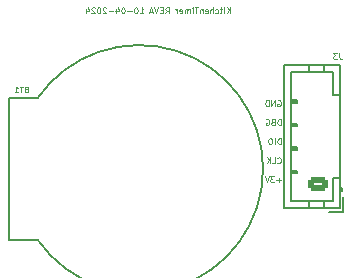
<source format=gbr>
G04 #@! TF.GenerationSoftware,KiCad,Pcbnew,7.0.11-7.0.11~ubuntu22.04.1*
G04 #@! TF.CreationDate,2024-04-10T19:00:30+01:00*
G04 #@! TF.ProjectId,KitchenTimer,4b697463-6865-46e5-9469-6d65722e6b69,rev?*
G04 #@! TF.SameCoordinates,PX44794c0PY22243c0*
G04 #@! TF.FileFunction,Legend,Bot*
G04 #@! TF.FilePolarity,Positive*
%FSLAX45Y45*%
G04 Gerber Fmt 4.5, Leading zero omitted, Abs format (unit mm)*
G04 Created by KiCad (PCBNEW 7.0.11-7.0.11~ubuntu22.04.1) date 2024-04-10 19:00:30*
%MOMM*%
%LPD*%
G01*
G04 APERTURE LIST*
G04 Aperture macros list*
%AMRoundRect*
0 Rectangle with rounded corners*
0 $1 Rounding radius*
0 $2 $3 $4 $5 $6 $7 $8 $9 X,Y pos of 4 corners*
0 Add a 4 corners polygon primitive as box body*
4,1,4,$2,$3,$4,$5,$6,$7,$8,$9,$2,$3,0*
0 Add four circle primitives for the rounded corners*
1,1,$1+$1,$2,$3*
1,1,$1+$1,$4,$5*
1,1,$1+$1,$6,$7*
1,1,$1+$1,$8,$9*
0 Add four rect primitives between the rounded corners*
20,1,$1+$1,$2,$3,$4,$5,0*
20,1,$1+$1,$4,$5,$6,$7,0*
20,1,$1+$1,$6,$7,$8,$9,0*
20,1,$1+$1,$8,$9,$2,$3,0*%
G04 Aperture macros list end*
%ADD10C,0.125000*%
%ADD11C,0.150000*%
%ADD12C,1.000000*%
%ADD13R,1.800000X1.800000*%
%ADD14C,1.800000*%
%ADD15C,2.200000*%
%ADD16RoundRect,0.250000X0.625000X-0.350000X0.625000X0.350000X-0.625000X0.350000X-0.625000X-0.350000X0*%
%ADD17O,1.750000X1.200000*%
%ADD18C,0.500000*%
G04 APERTURE END LIST*
D10*
X1919872Y-133231D02*
X1919872Y-83231D01*
X1891300Y-133231D02*
X1912729Y-104659D01*
X1891300Y-83231D02*
X1919872Y-111802D01*
X1869872Y-133231D02*
X1869872Y-99898D01*
X1869872Y-83231D02*
X1872252Y-85612D01*
X1872252Y-85612D02*
X1869872Y-87993D01*
X1869872Y-87993D02*
X1867491Y-85612D01*
X1867491Y-85612D02*
X1869872Y-83231D01*
X1869872Y-83231D02*
X1869872Y-87993D01*
X1853205Y-99898D02*
X1834157Y-99898D01*
X1846062Y-83231D02*
X1846062Y-126088D01*
X1846062Y-126088D02*
X1843681Y-130850D01*
X1843681Y-130850D02*
X1838919Y-133231D01*
X1838919Y-133231D02*
X1834157Y-133231D01*
X1796062Y-130850D02*
X1800824Y-133231D01*
X1800824Y-133231D02*
X1810348Y-133231D01*
X1810348Y-133231D02*
X1815110Y-130850D01*
X1815110Y-130850D02*
X1817491Y-128469D01*
X1817491Y-128469D02*
X1819872Y-123707D01*
X1819872Y-123707D02*
X1819872Y-109421D01*
X1819872Y-109421D02*
X1817491Y-104659D01*
X1817491Y-104659D02*
X1815110Y-102278D01*
X1815110Y-102278D02*
X1810348Y-99898D01*
X1810348Y-99898D02*
X1800824Y-99898D01*
X1800824Y-99898D02*
X1796062Y-102278D01*
X1774634Y-133231D02*
X1774634Y-83231D01*
X1753205Y-133231D02*
X1753205Y-107040D01*
X1753205Y-107040D02*
X1755586Y-102278D01*
X1755586Y-102278D02*
X1760348Y-99898D01*
X1760348Y-99898D02*
X1767491Y-99898D01*
X1767491Y-99898D02*
X1772253Y-102278D01*
X1772253Y-102278D02*
X1774634Y-104659D01*
X1710348Y-130850D02*
X1715110Y-133231D01*
X1715110Y-133231D02*
X1724634Y-133231D01*
X1724634Y-133231D02*
X1729395Y-130850D01*
X1729395Y-130850D02*
X1731776Y-126088D01*
X1731776Y-126088D02*
X1731776Y-107040D01*
X1731776Y-107040D02*
X1729395Y-102278D01*
X1729395Y-102278D02*
X1724634Y-99898D01*
X1724634Y-99898D02*
X1715110Y-99898D01*
X1715110Y-99898D02*
X1710348Y-102278D01*
X1710348Y-102278D02*
X1707967Y-107040D01*
X1707967Y-107040D02*
X1707967Y-111802D01*
X1707967Y-111802D02*
X1731776Y-116564D01*
X1686538Y-99898D02*
X1686538Y-133231D01*
X1686538Y-104659D02*
X1684157Y-102278D01*
X1684157Y-102278D02*
X1679395Y-99898D01*
X1679395Y-99898D02*
X1672253Y-99898D01*
X1672253Y-99898D02*
X1667491Y-102278D01*
X1667491Y-102278D02*
X1665110Y-107040D01*
X1665110Y-107040D02*
X1665110Y-133231D01*
X1648443Y-83231D02*
X1619872Y-83231D01*
X1634157Y-133231D02*
X1634157Y-83231D01*
X1603205Y-133231D02*
X1603205Y-99898D01*
X1603205Y-83231D02*
X1605586Y-85612D01*
X1605586Y-85612D02*
X1603205Y-87993D01*
X1603205Y-87993D02*
X1600824Y-85612D01*
X1600824Y-85612D02*
X1603205Y-83231D01*
X1603205Y-83231D02*
X1603205Y-87993D01*
X1579396Y-133231D02*
X1579396Y-99898D01*
X1579396Y-104659D02*
X1577015Y-102278D01*
X1577015Y-102278D02*
X1572253Y-99898D01*
X1572253Y-99898D02*
X1565110Y-99898D01*
X1565110Y-99898D02*
X1560348Y-102278D01*
X1560348Y-102278D02*
X1557967Y-107040D01*
X1557967Y-107040D02*
X1557967Y-133231D01*
X1557967Y-107040D02*
X1555586Y-102278D01*
X1555586Y-102278D02*
X1550824Y-99898D01*
X1550824Y-99898D02*
X1543681Y-99898D01*
X1543681Y-99898D02*
X1538919Y-102278D01*
X1538919Y-102278D02*
X1536538Y-107040D01*
X1536538Y-107040D02*
X1536538Y-133231D01*
X1493681Y-130850D02*
X1498443Y-133231D01*
X1498443Y-133231D02*
X1507967Y-133231D01*
X1507967Y-133231D02*
X1512729Y-130850D01*
X1512729Y-130850D02*
X1515110Y-126088D01*
X1515110Y-126088D02*
X1515110Y-107040D01*
X1515110Y-107040D02*
X1512729Y-102278D01*
X1512729Y-102278D02*
X1507967Y-99898D01*
X1507967Y-99898D02*
X1498443Y-99898D01*
X1498443Y-99898D02*
X1493681Y-102278D01*
X1493681Y-102278D02*
X1491300Y-107040D01*
X1491300Y-107040D02*
X1491300Y-111802D01*
X1491300Y-111802D02*
X1515110Y-116564D01*
X1469872Y-133231D02*
X1469872Y-99898D01*
X1469872Y-109421D02*
X1467491Y-104659D01*
X1467491Y-104659D02*
X1465110Y-102278D01*
X1465110Y-102278D02*
X1460348Y-99898D01*
X1460348Y-99898D02*
X1455586Y-99898D01*
X1372253Y-133231D02*
X1388919Y-109421D01*
X1400824Y-133231D02*
X1400824Y-83231D01*
X1400824Y-83231D02*
X1381777Y-83231D01*
X1381777Y-83231D02*
X1377015Y-85612D01*
X1377015Y-85612D02*
X1374634Y-87993D01*
X1374634Y-87993D02*
X1372253Y-92755D01*
X1372253Y-92755D02*
X1372253Y-99898D01*
X1372253Y-99898D02*
X1374634Y-104659D01*
X1374634Y-104659D02*
X1377015Y-107040D01*
X1377015Y-107040D02*
X1381777Y-109421D01*
X1381777Y-109421D02*
X1400824Y-109421D01*
X1350824Y-107040D02*
X1334158Y-107040D01*
X1327015Y-133231D02*
X1350824Y-133231D01*
X1350824Y-133231D02*
X1350824Y-83231D01*
X1350824Y-83231D02*
X1327015Y-83231D01*
X1312729Y-83231D02*
X1296062Y-133231D01*
X1296062Y-133231D02*
X1279396Y-83231D01*
X1265110Y-118945D02*
X1241300Y-118945D01*
X1269872Y-133231D02*
X1253205Y-83231D01*
X1253205Y-83231D02*
X1236539Y-133231D01*
X1155586Y-133231D02*
X1184158Y-133231D01*
X1169872Y-133231D02*
X1169872Y-83231D01*
X1169872Y-83231D02*
X1174634Y-90374D01*
X1174634Y-90374D02*
X1179396Y-95136D01*
X1179396Y-95136D02*
X1184158Y-97517D01*
X1124634Y-83231D02*
X1119872Y-83231D01*
X1119872Y-83231D02*
X1115110Y-85612D01*
X1115110Y-85612D02*
X1112729Y-87993D01*
X1112729Y-87993D02*
X1110348Y-92755D01*
X1110348Y-92755D02*
X1107967Y-102278D01*
X1107967Y-102278D02*
X1107967Y-114183D01*
X1107967Y-114183D02*
X1110348Y-123707D01*
X1110348Y-123707D02*
X1112729Y-128469D01*
X1112729Y-128469D02*
X1115110Y-130850D01*
X1115110Y-130850D02*
X1119872Y-133231D01*
X1119872Y-133231D02*
X1124634Y-133231D01*
X1124634Y-133231D02*
X1129396Y-130850D01*
X1129396Y-130850D02*
X1131777Y-128469D01*
X1131777Y-128469D02*
X1134158Y-123707D01*
X1134158Y-123707D02*
X1136539Y-114183D01*
X1136539Y-114183D02*
X1136539Y-102278D01*
X1136539Y-102278D02*
X1134158Y-92755D01*
X1134158Y-92755D02*
X1131777Y-87993D01*
X1131777Y-87993D02*
X1129396Y-85612D01*
X1129396Y-85612D02*
X1124634Y-83231D01*
X1086539Y-114183D02*
X1048443Y-114183D01*
X1015110Y-83231D02*
X1010348Y-83231D01*
X1010348Y-83231D02*
X1005586Y-85612D01*
X1005586Y-85612D02*
X1003205Y-87993D01*
X1003205Y-87993D02*
X1000824Y-92755D01*
X1000824Y-92755D02*
X998443Y-102278D01*
X998443Y-102278D02*
X998443Y-114183D01*
X998443Y-114183D02*
X1000824Y-123707D01*
X1000824Y-123707D02*
X1003205Y-128469D01*
X1003205Y-128469D02*
X1005586Y-130850D01*
X1005586Y-130850D02*
X1010348Y-133231D01*
X1010348Y-133231D02*
X1015110Y-133231D01*
X1015110Y-133231D02*
X1019872Y-130850D01*
X1019872Y-130850D02*
X1022253Y-128469D01*
X1022253Y-128469D02*
X1024634Y-123707D01*
X1024634Y-123707D02*
X1027015Y-114183D01*
X1027015Y-114183D02*
X1027015Y-102278D01*
X1027015Y-102278D02*
X1024634Y-92755D01*
X1024634Y-92755D02*
X1022253Y-87993D01*
X1022253Y-87993D02*
X1019872Y-85612D01*
X1019872Y-85612D02*
X1015110Y-83231D01*
X955586Y-99898D02*
X955586Y-133231D01*
X967491Y-80850D02*
X979396Y-116564D01*
X979396Y-116564D02*
X948443Y-116564D01*
X929396Y-114183D02*
X891301Y-114183D01*
X869872Y-87993D02*
X867491Y-85612D01*
X867491Y-85612D02*
X862729Y-83231D01*
X862729Y-83231D02*
X850824Y-83231D01*
X850824Y-83231D02*
X846062Y-85612D01*
X846062Y-85612D02*
X843682Y-87993D01*
X843682Y-87993D02*
X841301Y-92755D01*
X841301Y-92755D02*
X841301Y-97517D01*
X841301Y-97517D02*
X843682Y-104659D01*
X843682Y-104659D02*
X872253Y-133231D01*
X872253Y-133231D02*
X841301Y-133231D01*
X810348Y-83231D02*
X805586Y-83231D01*
X805586Y-83231D02*
X800824Y-85612D01*
X800824Y-85612D02*
X798443Y-87993D01*
X798443Y-87993D02*
X796063Y-92755D01*
X796063Y-92755D02*
X793682Y-102278D01*
X793682Y-102278D02*
X793682Y-114183D01*
X793682Y-114183D02*
X796063Y-123707D01*
X796063Y-123707D02*
X798443Y-128469D01*
X798443Y-128469D02*
X800824Y-130850D01*
X800824Y-130850D02*
X805586Y-133231D01*
X805586Y-133231D02*
X810348Y-133231D01*
X810348Y-133231D02*
X815110Y-130850D01*
X815110Y-130850D02*
X817491Y-128469D01*
X817491Y-128469D02*
X819872Y-123707D01*
X819872Y-123707D02*
X822253Y-114183D01*
X822253Y-114183D02*
X822253Y-102278D01*
X822253Y-102278D02*
X819872Y-92755D01*
X819872Y-92755D02*
X817491Y-87993D01*
X817491Y-87993D02*
X815110Y-85612D01*
X815110Y-85612D02*
X810348Y-83231D01*
X774634Y-87993D02*
X772253Y-85612D01*
X772253Y-85612D02*
X767491Y-83231D01*
X767491Y-83231D02*
X755586Y-83231D01*
X755586Y-83231D02*
X750824Y-85612D01*
X750824Y-85612D02*
X748444Y-87993D01*
X748444Y-87993D02*
X746063Y-92755D01*
X746063Y-92755D02*
X746063Y-97517D01*
X746063Y-97517D02*
X748444Y-104659D01*
X748444Y-104659D02*
X777015Y-133231D01*
X777015Y-133231D02*
X746063Y-133231D01*
X703205Y-99898D02*
X703205Y-133231D01*
X715110Y-80850D02*
X727015Y-116564D01*
X727015Y-116564D02*
X696063Y-116564D01*
X2322681Y-870612D02*
X2327443Y-868231D01*
X2327443Y-868231D02*
X2334586Y-868231D01*
X2334586Y-868231D02*
X2341729Y-870612D01*
X2341729Y-870612D02*
X2346491Y-875374D01*
X2346491Y-875374D02*
X2348872Y-880136D01*
X2348872Y-880136D02*
X2351253Y-889659D01*
X2351253Y-889659D02*
X2351253Y-896802D01*
X2351253Y-896802D02*
X2348872Y-906326D01*
X2348872Y-906326D02*
X2346491Y-911088D01*
X2346491Y-911088D02*
X2341729Y-915850D01*
X2341729Y-915850D02*
X2334586Y-918231D01*
X2334586Y-918231D02*
X2329824Y-918231D01*
X2329824Y-918231D02*
X2322681Y-915850D01*
X2322681Y-915850D02*
X2320300Y-913469D01*
X2320300Y-913469D02*
X2320300Y-896802D01*
X2320300Y-896802D02*
X2329824Y-896802D01*
X2298872Y-918231D02*
X2298872Y-868231D01*
X2298872Y-868231D02*
X2270300Y-918231D01*
X2270300Y-918231D02*
X2270300Y-868231D01*
X2246491Y-918231D02*
X2246491Y-868231D01*
X2246491Y-868231D02*
X2234586Y-868231D01*
X2234586Y-868231D02*
X2227443Y-870612D01*
X2227443Y-870612D02*
X2222681Y-875374D01*
X2222681Y-875374D02*
X2220300Y-880136D01*
X2220300Y-880136D02*
X2217919Y-889659D01*
X2217919Y-889659D02*
X2217919Y-896802D01*
X2217919Y-896802D02*
X2220300Y-906326D01*
X2220300Y-906326D02*
X2222681Y-911088D01*
X2222681Y-911088D02*
X2227443Y-915850D01*
X2227443Y-915850D02*
X2234586Y-918231D01*
X2234586Y-918231D02*
X2246491Y-918231D01*
X2348872Y-1079231D02*
X2348872Y-1029231D01*
X2348872Y-1029231D02*
X2336967Y-1029231D01*
X2336967Y-1029231D02*
X2329824Y-1031612D01*
X2329824Y-1031612D02*
X2325062Y-1036374D01*
X2325062Y-1036374D02*
X2322681Y-1041136D01*
X2322681Y-1041136D02*
X2320300Y-1050660D01*
X2320300Y-1050660D02*
X2320300Y-1057802D01*
X2320300Y-1057802D02*
X2322681Y-1067326D01*
X2322681Y-1067326D02*
X2325062Y-1072088D01*
X2325062Y-1072088D02*
X2329824Y-1076850D01*
X2329824Y-1076850D02*
X2336967Y-1079231D01*
X2336967Y-1079231D02*
X2348872Y-1079231D01*
X2282205Y-1053040D02*
X2275062Y-1055421D01*
X2275062Y-1055421D02*
X2272681Y-1057802D01*
X2272681Y-1057802D02*
X2270300Y-1062564D01*
X2270300Y-1062564D02*
X2270300Y-1069707D01*
X2270300Y-1069707D02*
X2272681Y-1074469D01*
X2272681Y-1074469D02*
X2275062Y-1076850D01*
X2275062Y-1076850D02*
X2279824Y-1079231D01*
X2279824Y-1079231D02*
X2298872Y-1079231D01*
X2298872Y-1079231D02*
X2298872Y-1029231D01*
X2298872Y-1029231D02*
X2282205Y-1029231D01*
X2282205Y-1029231D02*
X2277443Y-1031612D01*
X2277443Y-1031612D02*
X2275062Y-1033993D01*
X2275062Y-1033993D02*
X2272681Y-1038755D01*
X2272681Y-1038755D02*
X2272681Y-1043517D01*
X2272681Y-1043517D02*
X2275062Y-1048278D01*
X2275062Y-1048278D02*
X2277443Y-1050660D01*
X2277443Y-1050660D02*
X2282205Y-1053040D01*
X2282205Y-1053040D02*
X2298872Y-1053040D01*
X2222681Y-1031612D02*
X2227443Y-1029231D01*
X2227443Y-1029231D02*
X2234586Y-1029231D01*
X2234586Y-1029231D02*
X2241729Y-1031612D01*
X2241729Y-1031612D02*
X2246491Y-1036374D01*
X2246491Y-1036374D02*
X2248872Y-1041136D01*
X2248872Y-1041136D02*
X2251253Y-1050660D01*
X2251253Y-1050660D02*
X2251253Y-1057802D01*
X2251253Y-1057802D02*
X2248872Y-1067326D01*
X2248872Y-1067326D02*
X2246491Y-1072088D01*
X2246491Y-1072088D02*
X2241729Y-1076850D01*
X2241729Y-1076850D02*
X2234586Y-1079231D01*
X2234586Y-1079231D02*
X2229824Y-1079231D01*
X2229824Y-1079231D02*
X2222681Y-1076850D01*
X2222681Y-1076850D02*
X2220300Y-1074469D01*
X2220300Y-1074469D02*
X2220300Y-1057802D01*
X2220300Y-1057802D02*
X2229824Y-1057802D01*
X2348872Y-1240231D02*
X2348872Y-1190231D01*
X2348872Y-1190231D02*
X2336967Y-1190231D01*
X2336967Y-1190231D02*
X2329824Y-1192612D01*
X2329824Y-1192612D02*
X2325062Y-1197374D01*
X2325062Y-1197374D02*
X2322681Y-1202136D01*
X2322681Y-1202136D02*
X2320300Y-1211660D01*
X2320300Y-1211660D02*
X2320300Y-1218802D01*
X2320300Y-1218802D02*
X2322681Y-1228326D01*
X2322681Y-1228326D02*
X2325062Y-1233088D01*
X2325062Y-1233088D02*
X2329824Y-1237850D01*
X2329824Y-1237850D02*
X2336967Y-1240231D01*
X2336967Y-1240231D02*
X2348872Y-1240231D01*
X2298872Y-1240231D02*
X2298872Y-1190231D01*
X2265538Y-1190231D02*
X2256015Y-1190231D01*
X2256015Y-1190231D02*
X2251253Y-1192612D01*
X2251253Y-1192612D02*
X2246491Y-1197374D01*
X2246491Y-1197374D02*
X2244110Y-1206898D01*
X2244110Y-1206898D02*
X2244110Y-1223564D01*
X2244110Y-1223564D02*
X2246491Y-1233088D01*
X2246491Y-1233088D02*
X2251253Y-1237850D01*
X2251253Y-1237850D02*
X2256015Y-1240231D01*
X2256015Y-1240231D02*
X2265538Y-1240231D01*
X2265538Y-1240231D02*
X2270300Y-1237850D01*
X2270300Y-1237850D02*
X2275062Y-1233088D01*
X2275062Y-1233088D02*
X2277443Y-1223564D01*
X2277443Y-1223564D02*
X2277443Y-1206898D01*
X2277443Y-1206898D02*
X2275062Y-1197374D01*
X2275062Y-1197374D02*
X2270300Y-1192612D01*
X2270300Y-1192612D02*
X2265538Y-1190231D01*
X2320300Y-1396469D02*
X2322681Y-1398850D01*
X2322681Y-1398850D02*
X2329824Y-1401231D01*
X2329824Y-1401231D02*
X2334586Y-1401231D01*
X2334586Y-1401231D02*
X2341729Y-1398850D01*
X2341729Y-1398850D02*
X2346491Y-1394088D01*
X2346491Y-1394088D02*
X2348872Y-1389326D01*
X2348872Y-1389326D02*
X2351253Y-1379802D01*
X2351253Y-1379802D02*
X2351253Y-1372660D01*
X2351253Y-1372660D02*
X2348872Y-1363136D01*
X2348872Y-1363136D02*
X2346491Y-1358374D01*
X2346491Y-1358374D02*
X2341729Y-1353612D01*
X2341729Y-1353612D02*
X2334586Y-1351231D01*
X2334586Y-1351231D02*
X2329824Y-1351231D01*
X2329824Y-1351231D02*
X2322681Y-1353612D01*
X2322681Y-1353612D02*
X2320300Y-1355993D01*
X2275062Y-1401231D02*
X2298872Y-1401231D01*
X2298872Y-1401231D02*
X2298872Y-1351231D01*
X2258395Y-1401231D02*
X2258395Y-1351231D01*
X2229824Y-1401231D02*
X2251253Y-1372660D01*
X2229824Y-1351231D02*
X2258395Y-1379802D01*
X2348872Y-1543183D02*
X2310776Y-1543183D01*
X2329824Y-1562231D02*
X2329824Y-1524136D01*
X2291729Y-1512231D02*
X2260776Y-1512231D01*
X2260776Y-1512231D02*
X2277443Y-1531278D01*
X2277443Y-1531278D02*
X2270300Y-1531278D01*
X2270300Y-1531278D02*
X2265538Y-1533659D01*
X2265538Y-1533659D02*
X2263157Y-1536040D01*
X2263157Y-1536040D02*
X2260776Y-1540802D01*
X2260776Y-1540802D02*
X2260776Y-1552707D01*
X2260776Y-1552707D02*
X2263157Y-1557469D01*
X2263157Y-1557469D02*
X2265538Y-1559850D01*
X2265538Y-1559850D02*
X2270300Y-1562231D01*
X2270300Y-1562231D02*
X2284586Y-1562231D01*
X2284586Y-1562231D02*
X2289348Y-1559850D01*
X2289348Y-1559850D02*
X2291729Y-1557469D01*
X2246491Y-1512231D02*
X2229824Y-1562231D01*
X2229824Y-1562231D02*
X2213157Y-1512231D01*
X2844667Y-470481D02*
X2844667Y-506195D01*
X2844667Y-506195D02*
X2847047Y-513338D01*
X2847047Y-513338D02*
X2851809Y-518100D01*
X2851809Y-518100D02*
X2858952Y-520481D01*
X2858952Y-520481D02*
X2863714Y-520481D01*
X2825619Y-470481D02*
X2794667Y-470481D01*
X2794667Y-470481D02*
X2811333Y-489528D01*
X2811333Y-489528D02*
X2804190Y-489528D01*
X2804190Y-489528D02*
X2799428Y-491909D01*
X2799428Y-491909D02*
X2797048Y-494290D01*
X2797048Y-494290D02*
X2794667Y-499052D01*
X2794667Y-499052D02*
X2794667Y-510957D01*
X2794667Y-510957D02*
X2797048Y-515719D01*
X2797048Y-515719D02*
X2799428Y-518100D01*
X2799428Y-518100D02*
X2804190Y-520481D01*
X2804190Y-520481D02*
X2818476Y-520481D01*
X2818476Y-520481D02*
X2823238Y-518100D01*
X2823238Y-518100D02*
X2825619Y-515719D01*
X193286Y-776290D02*
X186143Y-778671D01*
X186143Y-778671D02*
X183762Y-781052D01*
X183762Y-781052D02*
X181381Y-785814D01*
X181381Y-785814D02*
X181381Y-792957D01*
X181381Y-792957D02*
X183762Y-797719D01*
X183762Y-797719D02*
X186143Y-800100D01*
X186143Y-800100D02*
X190905Y-802481D01*
X190905Y-802481D02*
X209952Y-802481D01*
X209952Y-802481D02*
X209952Y-752481D01*
X209952Y-752481D02*
X193286Y-752481D01*
X193286Y-752481D02*
X188524Y-754862D01*
X188524Y-754862D02*
X186143Y-757243D01*
X186143Y-757243D02*
X183762Y-762005D01*
X183762Y-762005D02*
X183762Y-766767D01*
X183762Y-766767D02*
X186143Y-771528D01*
X186143Y-771528D02*
X188524Y-773909D01*
X188524Y-773909D02*
X193286Y-776290D01*
X193286Y-776290D02*
X209952Y-776290D01*
X167095Y-752481D02*
X138524Y-752481D01*
X152809Y-802481D02*
X152809Y-752481D01*
X95667Y-802481D02*
X124238Y-802481D01*
X109952Y-802481D02*
X109952Y-752481D01*
X109952Y-752481D02*
X114714Y-759624D01*
X114714Y-759624D02*
X119476Y-764386D01*
X119476Y-764386D02*
X124238Y-766767D01*
D11*
X2879000Y-1814000D02*
X2754000Y-1814000D01*
X2377000Y-1784000D02*
X2377000Y-572000D01*
X2588000Y-1784000D02*
X2588000Y-1723000D01*
X2718000Y-1784000D02*
X2718000Y-1723000D01*
X2849000Y-1784000D02*
X2377000Y-1784000D01*
X2438000Y-1723000D02*
X2438000Y-633000D01*
X2788000Y-1723000D02*
X2438000Y-1723000D01*
X2879000Y-1689000D02*
X2879000Y-1814000D01*
X2869000Y-1638000D02*
X2849000Y-1638000D01*
X2849000Y-1608000D02*
X2869000Y-1608000D01*
X2859000Y-1608000D02*
X2859000Y-1638000D01*
X2869000Y-1608000D02*
X2869000Y-1638000D01*
X2788000Y-1528000D02*
X2788000Y-1723000D01*
X2849000Y-1528000D02*
X2788000Y-1528000D01*
X2438000Y-1488000D02*
X2488000Y-1488000D01*
X2488000Y-1488000D02*
X2488000Y-1468000D01*
X2438000Y-1478000D02*
X2488000Y-1478000D01*
X2488000Y-1468000D02*
X2438000Y-1468000D01*
X2438000Y-1288000D02*
X2488000Y-1288000D01*
X2488000Y-1288000D02*
X2488000Y-1268000D01*
X2438000Y-1278000D02*
X2488000Y-1278000D01*
X2488000Y-1268000D02*
X2438000Y-1268000D01*
X2438000Y-1088000D02*
X2488000Y-1088000D01*
X2488000Y-1088000D02*
X2488000Y-1068000D01*
X2438000Y-1078000D02*
X2488000Y-1078000D01*
X2488000Y-1068000D02*
X2438000Y-1068000D01*
X2438000Y-888000D02*
X2488000Y-888000D01*
X2488000Y-888000D02*
X2488000Y-868000D01*
X2438000Y-878000D02*
X2488000Y-878000D01*
X2488000Y-868000D02*
X2438000Y-868000D01*
X2788000Y-828000D02*
X2849000Y-828000D01*
X2438000Y-633000D02*
X2788000Y-633000D01*
X2788000Y-633000D02*
X2788000Y-828000D01*
X2377000Y-572000D02*
X2849000Y-572000D01*
X2588000Y-572000D02*
X2588000Y-633000D01*
X2718000Y-572000D02*
X2718000Y-633000D01*
X2849000Y-572000D02*
X2849000Y-1784000D01*
X50625Y-850000D02*
X50312Y-2050000D01*
X50625Y-850000D02*
X290000Y-850000D01*
X50625Y-2050000D02*
X290000Y-2050000D01*
X290000Y-2050000D02*
G75*
G03*
X290000Y-850000I860000J600000D01*
G01*
%LPC*%
D12*
X924500Y-1918000D03*
D13*
X1323000Y-2628000D03*
D14*
X1577000Y-2628000D03*
D12*
X1982500Y-1915000D03*
D15*
X575000Y-2625000D03*
X2325000Y-275000D03*
D16*
X2668000Y-1578000D03*
D17*
X2668000Y-1378000D03*
X2668000Y-1178000D03*
X2668000Y-978000D03*
X2668000Y-778000D03*
D14*
X150000Y-950000D03*
X150000Y-1950000D03*
X1670000Y-1450000D03*
D18*
X1148000Y-2143000D03*
X284000Y-2783000D03*
X875000Y-630000D03*
X944000Y-2818000D03*
X2212000Y-2140000D03*
X2243500Y-1318000D03*
X2118000Y-2408000D03*
X2116500Y-1319000D03*
%LPD*%
M02*

</source>
